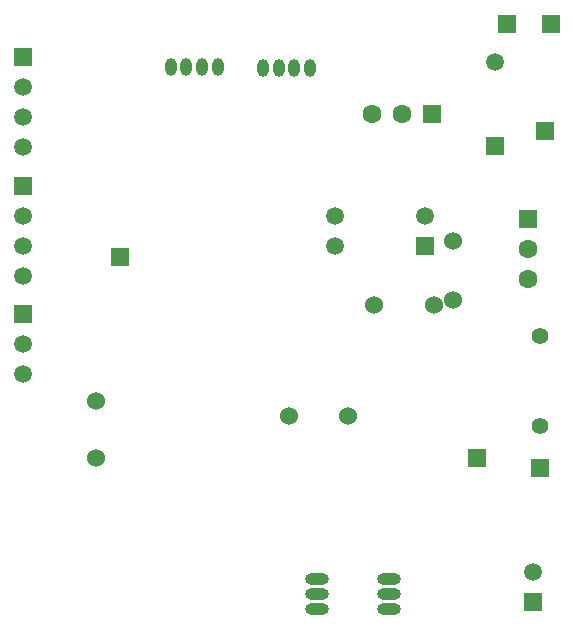
<source format=gbl>
%FSLAX43Y43*%
%MOMM*%
G71*
G01*
G75*
G04 Layer_Physical_Order=3*
G04 Layer_Color=16711680*
%ADD10R,0.700X0.900*%
%ADD11R,1.700X1.100*%
%ADD12R,0.900X0.700*%
%ADD13R,1.100X1.700*%
%ADD14R,0.600X1.150*%
%ADD15O,0.300X4.000*%
G04:AMPARAMS|DCode=16|XSize=0.3mm|YSize=4mm|CornerRadius=0.075mm|HoleSize=0mm|Usage=FLASHONLY|Rotation=0.000|XOffset=0mm|YOffset=0mm|HoleType=Round|Shape=RoundedRectangle|*
%AMROUNDEDRECTD16*
21,1,0.300,3.850,0,0,0.0*
21,1,0.150,4.000,0,0,0.0*
1,1,0.150,0.075,-1.925*
1,1,0.150,-0.075,-1.925*
1,1,0.150,-0.075,1.925*
1,1,0.150,0.075,1.925*
%
%ADD16ROUNDEDRECTD16*%
%ADD17R,0.300X4.000*%
%ADD18O,1.900X0.600*%
%ADD19R,3.200X2.100*%
%ADD20R,0.900X2.100*%
%ADD21R,1.300X2.000*%
%ADD22R,2.000X2.000*%
%ADD23R,2.700X1.000*%
%ADD24R,2.700X3.300*%
%ADD25O,0.300X1.800*%
%ADD26O,1.800X0.300*%
%ADD27C,0.400*%
%ADD28C,0.500*%
%ADD29C,0.254*%
%ADD30C,0.300*%
%ADD31C,1.000*%
%ADD32C,0.700*%
%ADD33C,2.000*%
%ADD34C,1.524*%
%ADD35C,1.600*%
%ADD36R,1.600X1.600*%
%ADD37R,1.500X1.500*%
%ADD38O,1.000X1.524*%
%ADD39C,1.500*%
%ADD40R,1.500X1.500*%
%ADD41O,2.000X1.000*%
%ADD42O,2.000X1.000*%
%ADD43R,1.600X1.600*%
%ADD44C,1.400*%
D34*
X37973Y90424D02*
D03*
Y85544D02*
D03*
X59309Y89154D02*
D03*
X54309D02*
D03*
X68199Y98933D02*
D03*
Y103933D02*
D03*
X66548Y98552D02*
D03*
X61548D02*
D03*
D35*
X74549Y100711D02*
D03*
Y103251D02*
D03*
X61341Y114681D02*
D03*
X63881D02*
D03*
D36*
X74549Y105791D02*
D03*
D37*
X76454Y122301D02*
D03*
X75946Y113284D02*
D03*
X72771Y122301D02*
D03*
X75565Y84709D02*
D03*
X40005Y102616D02*
D03*
X70231Y85598D02*
D03*
X65786Y103505D02*
D03*
D38*
X56100Y118575D02*
D03*
X54767D02*
D03*
X53433D02*
D03*
X52100D02*
D03*
X48300Y118675D02*
D03*
X46967D02*
D03*
X45633D02*
D03*
X44300D02*
D03*
D39*
X31750Y111887D02*
D03*
Y114427D02*
D03*
Y116967D02*
D03*
X71755Y119120D02*
D03*
X31750Y100965D02*
D03*
Y103505D02*
D03*
Y106045D02*
D03*
X74930Y75946D02*
D03*
X31750Y95250D02*
D03*
Y92710D02*
D03*
X58166Y106045D02*
D03*
Y103505D02*
D03*
X65786Y106045D02*
D03*
D40*
X31750Y119507D02*
D03*
X71755Y112020D02*
D03*
X31750Y108585D02*
D03*
X74930Y73406D02*
D03*
X31750Y97790D02*
D03*
D41*
X62738Y72771D02*
D03*
Y74041D02*
D03*
X56642Y75311D02*
D03*
Y74041D02*
D03*
D42*
X62738Y75311D02*
D03*
X56642Y72771D02*
D03*
D43*
X66421Y114681D02*
D03*
D44*
X75565Y95885D02*
D03*
Y88265D02*
D03*
M02*

</source>
